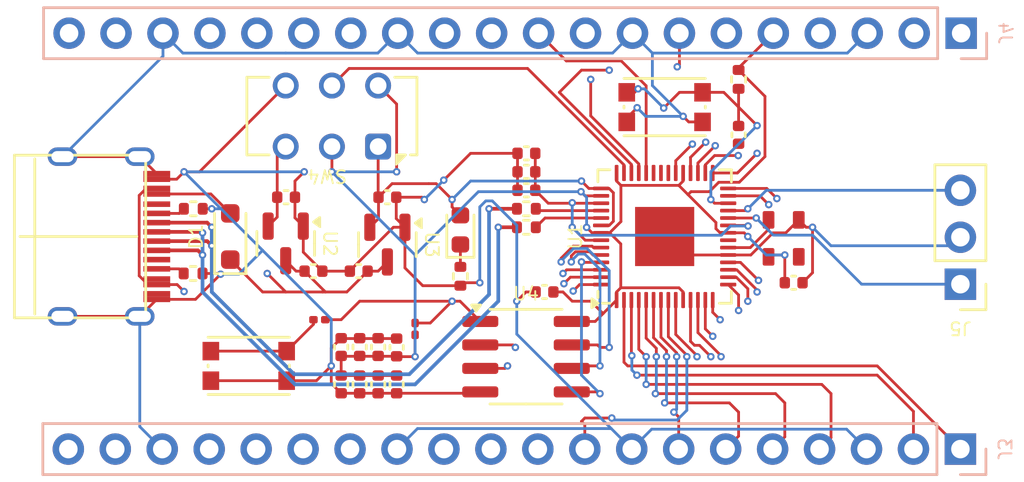
<source format=kicad_pcb>
(kicad_pcb (version 20241229) (generator "pcbnew") (generator_version "9.0")
  (layers (0 "F.Cu" signal) (4 "In1.Cu" signal) (6 "In2.Cu" signal) (2 "B.Cu" signal) (13 "F.Paste" user) (15 "B.Paste" user) (5 "F.SilkS" user "F.Silkscreen") (7 "B.SilkS" user "B.Silkscreen") (1 "F.Mask" user) (3 "B.Mask" user) (25 "Edge.Cuts" user))
  (net 0 "")
  (net 1 "VDD")
  (net 2 "GND")
  (net 3 "+1V1")
  (net 4 "+3V3")
  (net 5 "VSYS")
  (net 6 "+1V8")
  (net 7 "RUN")
  (net 8 "VBUS")
  (net 9 "Net-(D3-K)")
  (net 10 "Net-(J2-CC1)")
  (net 11 "USB_D-")
  (net 13 "Net-(J2-CC2)")
  (net 15 "USB_D+")
  (net 16 "GPIO11")
  (net 17 "GPIO4")
  (net 18 "GPIO7")
  (net 19 "GPIO5")
  (net 20 "GPIO0")
  (net 21 "GPIO12")
  (net 22 "GPIO1")
  (net 23 "GPIO14")
  (net 24 "GPIO15")
  (net 25 "GPIO3")
  (net 26 "GPIO13")
  (net 27 "GPIO9")
  (net 28 "GPIO10")
  (net 29 "GPIO2")
  (net 30 "GPIO6")
  (net 31 "GPIO8")
  (net 32 "GPIO26")
  (net 33 "GPIO28")
  (net 34 "GPIO27")
  (net 35 "GPIO18")
  (net 36 "GPIO16")
  (net 37 "GPIO20")
  (net 38 "GPIO21")
  (net 39 "/AREF")
  (net 40 "GPIO17")
  (net 41 "GPIO22")
  (net 42 "GPIO19")
  (net 43 "/V_EN")
  (net 44 "SWDIO")
  (net 45 "SWCLK")
  (net 46 "QSPI_SS")
  (net 47 "Net-(R2-Pad2)")
  (net 48 "Net-(U1-USB_DP)")
  (net 49 "Net-(U1-USB_DM)")
  (net 50 "VOLTAGE_MODE")
  (net 51 "QSPI_SCLK")
  (net 54 "XIN")
  (net 56 "QSPI_SD1")
  (net 58 "QSPI_SD2")
  (net 59 "QSPI_SD3")
  (net 60 "QSPI_SD0")
  (footprint "Resistor_SMD:R_0402_1005Metric" (layer "F.Cu") (at 131.99 98)
    (property "Reference" "R4" (hide yes))
    (property "Value" "5.1K")
  )
  (footprint "Package_SO:SOIC-8_3.9x4.9mm_P1.27mm" (layer "F.Cu") (at 150 102.5)
    (property "Reference" "U4")
    (property "Value" "AT25FF161A-SSHN-T")
  )
  (footprint "LED_SMD:LED_0603_1608Metric" (layer "F.Cu") (at 146.45 95.64125 90)
    (property "Reference" "D3" (hide yes))
    (property "Value" "RED")
  )
  (footprint "ExtraFootprints:ECS-3225MV-120-BN-TR3" (layer "F.Cu") (at 163.9375 96.1 90)
    (property "Reference" "Y1" (hide yes))
    (property "Value" "ECS-3225MV-120-BN-TR3" (hide yes))
  )
  (footprint "Capacitor_SMD:C_0402_1005Metric" (layer "F.Cu") (at 143 102 90)
    (property "Reference" "C12" (hide yes))
    (property "Value" "0.1uF")
  )
  (footprint "Resistor_SMD:R_0402_1005Metric" (layer "F.Cu") (at 132 94.5)
    (property "Reference" "R3" (hide yes))
    (property "Value" "5.1K")
  )
  (footprint "Capacitor_SMD:C_0402_1005Metric" (layer "F.Cu") (at 164.48 98.5)
    (property "Reference" "C17" (hide yes))
    (property "Value" "100n")
  )
  (footprint "Capacitor_SMD:C_0402_1005Metric" (layer "F.Cu") (at 142 104 -90)
    (property "Reference" "C6" (hide yes))
    (property "Value" "0.1uF")
  )
  (footprint "Capacitor_SMD:C_0402_1005Metric" (layer "F.Cu") (at 150.02 91.5 180)
    (property "Reference" "C4" (hide yes))
    (property "Value" "1uF")
  )
  (footprint "Resistor_SMD:R_0402_1005Metric" (layer "F.Cu") (at 146.45 98.15125 90)
    (property "Reference" "R8" (hide yes))
    (property "Value" "470R")
  )
  (footprint "Resistor_SMD:R_0201_0603Metric" (layer "F.Cu") (at 144 101 90)
    (property "Reference" "R1" (hide yes))
    (property "Value" "10k")
  )
  (footprint "Button_Switch_THT:SW_CK_JS202011CQN_DPDT_Straight" (layer "F.Cu") (at 142 91.135 180)
    (property "Reference" "SW4")
    (property "Value" "SW_Slide_DPDT")
  )
  (footprint "MountingHole:MountingHole_2.2mm_M2" (layer "F.Cu") (at 125 88.5 -90)
    (property "Reference" "H2" (hide yes))
    (property "Value" "MountingHole")
  )
  (footprint "Capacitor_SMD:C_0402_1005Metric" (layer "F.Cu") (at 142 101.98 90)
    (property "Reference" "C11" (hide yes))
    (property "Value" "0.1uF")
  )
  (footprint "Resistor_SMD:R_0201_0603Metric" (layer "F.Cu") (at 138.82 100.5 180)
    (property "Reference" "R2" (hide yes))
    (property "Value" "1k")
  )
  (footprint "Button_Switch_SMD:SW_Push_1P1T_NO_CK_KMR2" (layer "F.Cu") (at 135 103 180)
    (property "Reference" "SW2" (hide yes))
    (property "Value" "USB Boot")
  )
  (footprint "Resistor_SMD:R_0402_1005Metric" (layer "F.Cu") (at 150.02 95.5)
    (property "Reference" "R5" (hide yes))
    (property "Value" "27R")
  )
  (footprint "Capacitor_SMD:C_0402_1005Metric" (layer "F.Cu") (at 150.02 93.5 180)
    (property "Reference" "C2" (hide yes))
    (property "Value" "0.1uF")
  )
  (footprint "Capacitor_SMD:C_0402_1005Metric" (layer "F.Cu") (at 143 104 -90)
    (property "Reference" "C5" (hide yes))
    (property "Value" "1uF")
  )
  (footprint "Resistor_SMD:R_0402_1005Metric" (layer "F.Cu") (at 161.5 87.5 -90)
    (property "Reference" "R9" (hide yes))
    (property "Value" "10K")
  )
  (footprint "Resistor_SMD:R_0402_1005Metric" (layer "F.Cu") (at 150.02 94.5)
    (property "Reference" "R6" (hide yes))
    (property "Value" "27R")
  )
  (footprint "Capacitor_SMD:C_0402_1005Metric" (layer "F.Cu") (at 161.5 90.5 -90)
    (property "Reference" "C19" (hide yes))
    (property "Value" "1uF")
  )
  (footprint "Capacitor_SMD:C_0402_1005Metric" (layer "F.Cu") (at 138.5 97.875)
    (property "Reference" "C15" (hide yes))
    (property "Value" "10u")
  )
  (footprint "Capacitor_SMD:C_0402_1005Metric" (layer "F.Cu") (at 150.02 92.5 180)
    (property "Reference" "C3" (hide yes))
    (property "Value" "0.1uF")
  )
  (footprint "MountingHole:MountingHole_2.2mm_M2" (layer "F.Cu") (at 125 103.5 -90)
    (property "Reference" "H1" (hide yes))
    (property "Value" "MountingHole")
  )
  (footprint "Capacitor_SMD:C_0402_1005Metric" (layer "F.Cu") (at 151 99 180)
    (property "Reference" "C1" (hide yes))
    (property "Value" "100n")
  )
  (footprint "Capacitor_SMD:C_0402_1005Metric" (layer "F.Cu") (at 140 101.98 90)
    (property "Reference" "C9" (hide yes))
    (property "Value" "0.1uF")
  )
  (footprint "Package_TO_SOT_SMD:SOT-23" (layer "F.Cu") (at 142.5 96.4375 -90)
    (property "Reference" "U3")
    (property "Value" "MCP1703Ax-330xxTT")
  )
  (footprint "Capacitor_SMD:C_0402_1005Metric" (layer "F.Cu") (at 141 101.98 90)
    (property "Reference" "C10" (hide yes))
    (property "Value" "0.1uF")
  )
  (footprint "Capacitor_SMD:C_0402_1005Metric" (layer "F.Cu") (at 140.95 97.875 180)
    (property "Reference" "C13" (hide yes))
    (property "Value" "10u")
  )
  (footprint "Diode_SMD:D_SOD-323_HandSoldering" (layer "F.Cu") (at 134 96 90)
    (property "Reference" "D1")
    (property "Value" "BS5817WS")
  )
  (footprint "Package_DFN_QFN:QFN-56-1EP_7x7mm_P0.4mm_EP3.2x3.2mm" (layer "F.Cu") (at 157.5 96 90)
    (property "Reference" "U1")
    (property "Value" "RP2040")
  )
  (footprint "Capacitor_SMD:C_0402_1005Metric" (layer "F.Cu") (at 137.02 93.875)
    (property "Reference" "C14" (hide yes))
    (property "Value" "10u")
  )
  (footprint "Button_Switch_SMD:SW_Push_1P1T_NO_CK_KMR2" (layer "F.Cu") (at 157.5 89)
    (property "Reference" "SW1" (hide yes))
    (property "Value" "UK-B0273-SP25Y")
  )
  (footprint "MountingHole:MountingHole_2.2mm_M2" (layer "F.Cu") (at 173.5 89 90)
    (property "Reference" "H3" (hide yes))
    (property "Value" "MountingHole")
  )
  (footprint "Capacitor_SMD:C_0402_1005Metric" (layer "F.Cu") (at 140 104 -90)
    (property "Reference" "C8" (hide yes))
    (property "Value" "0.1uF")
  )
  (footprint "ExtraFootprints:USB_C_RECEPTACLE_31_M_12" (layer "F.Cu") (at 124.925 96 -90)
    (property "Reference" "J2" (hide yes))
    (property "Value" "USB-C-2.0")
  )
  (footprint "Connector_PinHeader_2.54mm:PinHeader_1x03_P2.54mm_Vertical" (layer "F.Cu") (at 173.5 98.58 180)
    (property "Reference" "J5")
    (property "Value" "SWD")
  )
  (footprint "MountingHole:MountingHole_2.2mm_M2" (layer "F.Cu") (at 173.5 103.5 90)
    (property "Reference" "H4" (hide yes))
    (property "Value" "MountingHole")
  )
  (footprint "Capacitor_SMD:C_0402_1005Metric" (layer "F.Cu") (at 142.5 93.875)
    (property "Reference" "C16" (hide yes))
    (property "Value" "10u")
  )
  (footprint "Package_TO_SOT_SMD:SOT-23" (layer "F.Cu") (at 137 96.375 -90)
    (property "Reference" "U2")
    (property "Value" "MCP1703Ax-180xxTT")
  )
  (footprint "Capacitor_SMD:C_0402_1005Metric" (layer "F.Cu") (at 141 104 -90)
    (property "Reference" "C7" (hide yes))
    (property "Value" "0.1uF")
  )
  (footprint "Connector_PinHeader_2.54mm:PinHeader_1x20_P2.54mm_Vertical" (layer "B.Cu") (at 173.54 85 90)
    (property "Reference" "J4")
    (property "Value" "Header-2")
  )
  (footprint "Connector_PinHeader_2.54mm:PinHeader_1x20_P2.54mm_Vertical" (layer "B.Cu") (at 173.5 107.5 90)
    (property "Reference" "J3")
    (property "Value" "Header-1")
  )
  (segment (start 160.426 93.065708) (end 159.917708 93.574) (width 0.15) (layer "F.Cu") (net 1))
  (segment (start 155.126 96.400322) (end 154.525678 95.8) (width 0.15) (layer "F.Cu") (net 1))
  (segment (start 153.198959 93.8) (end 152.974481 93.575522) (width 0.15) (layer "F.Cu") (net 1))
  (segment (start 143 92.5) (end 143 88.835) (width 0.15) (layer "F.Cu") (net 1))
  (segment (start 140 103.52) (end 143 103.52) (width 0.15) (layer "F.Cu") (net 1))
  (segment (start 143 102.48) (end 140.02 102.48) (width 0.15) (layer "F.Cu") (net 1))
  (segment (start 160.5 95.8) (end 160.9375 95.8) (width 0.15) (layer "F.Cu") (net 1))
  (segment (start 159.917708 93.574) (end 158.926 93.574) (width 0.15) (layer "F.Cu") (net 1))
  (segment (start 144 102.5) (end 143.02 102.5) (width 0.15) (layer "F.Cu") (net 1))
  (segment (start 143 88.835) (end 142 87.835) (width 0.15) (layer "F.Cu") (net 1))
  (segment (start 158.265708 93.234292) (end 158.765708 93.734292) (width 0.15) (layer "F.Cu") (net 1))
  (segment (start 153.5 99.5) (end 152.5 99.5) (width 0.15) (layer "F.Cu") (net 1))
  (segment (start 152 99) (end 152.5 99.5) (width 0.15) (layer "F.Cu") (net 1))
  (segment (start 154.0625 93.8) (end 153.198959 93.8) (width 0.15) (layer "F.Cu") (net 1))
  (segment (start 154.9 93) (end 154.9 92.5625) (width 0.15) (layer "F.Cu") (net 1))
  (segment (start 158.765708 93.734292) (end 160.274 95.242584) (width 0.15) (layer "F.Cu") (net 1))
  (segment (start 139.5 91.135) (end 139.5 92.5) (width 0.15) (layer "F.Cu") (net 1))
  (segment (start 144 101.32) (end 144 102.5) (width 0.15) (layer "F.Cu") (net 1))
  (segment (start 155.126 98.774) (end 154.9 99) (width 0.15) (layer "F.Cu") (net 1))
  (segment (start 161.5 86.99) (end 162.926 88.416) (width 0.15) (layer "F.Cu") (net 1))
  (segment (start 162.926 88.416) (end 162.926 91.676455) (width 0.15) (layer "F.Cu") (net 1))
  (segment (start 154.16875 100.16875) (end 154.9 99.4375) (width 0.15) (layer "F.Cu") (net 1))
  (segment (start 155.126 98.774) (end 155.126 96.400322) (width 0.15) (layer "F.Cu") (net 1))
  (segment (start 163.22 97) (end 163.12 97.1) (width 0.15) (layer "F.Cu") (net 1))
  (segment (start 161.8 95.8) (end 162 96) (width 0.15) (layer "F.Cu") (net 1))
  (segment (start 151.48 99) (end 152 99) (width 0.15) (layer "F.Cu") (net 1))
  (segment (start 153.573059 95.8) (end 153.278692 95.505633) (width 0.15) (layer "F.Cu") (net 1))
  (segment (start 152.475 100.595) (end 153.7425 100.595) (width 0.15) (layer "F.Cu") (net 1))
  (segment (start 161.536747 93.065708) (end 160.426 93.065708) (width 0.15) (layer "F.Cu") (net 1))
  (segment (start 160.274 95.574) (end 160.5 95.8) (width 0.15) (layer "F.Cu") (net 1))
  (segment (start 154.9 99) (end 154.9 99.4375) (width 0.15) (layer "F.Cu") (net 1))
  (segment (start 160.274 95.242584) (end 160.274 95.574) (width 0.15) (layer "F.Cu") (net 1))
  (segment (start 155.134292 93.234292) (end 158.265708 93.234292) (width 0.15) (layer "F.Cu") (net 1))
  (segment (start 154.525678 95.8) (end 155.134292 95.191386) (width 0.15) (layer "F.Cu") (net 1))
  (segment (start 158.5 93) (end 158.5 92.5625) (width 0.15) (layer "F.Cu") (net 1))
  (segment (start 154.0375 93.775) (end 154.0625 93.8) (width 0.15) (layer "F.Cu") (net 1))
  (segment (start 140 103.52) (end 140 102.46) (width 0.15) (layer "F.Cu") (net 1))
  (segment (start 155.134292 95.191386) (end 155.134292 93.234292) (width 0.15) (layer "F.Cu") (net 1))
  (segment (start 153.7425 100.595) (end 154.16875 100.16875) (width 0.15) (layer "F.Cu") (net 1))
  (segment (start 143.02 102.5) (end 143 102.48) (width 0.15) (layer "F.Cu") (net 1))
  (segment (start 158.5 99) (end 158.5 99.4375) (width 0.15) (layer "F.Cu") (net 1))
  (segment (start 140.02 102.48) (end 140 102.46) (width 0.15) (layer "F.Cu") (net 1))
  (segment (start 162.926 91.676455) (end 161.536747 93.065708) (width 0.15) (layer "F.Cu") (net 1))
  (segment (start 158.5 99) (end 158.274 98.774) (width 0.15) (layer "F.Cu") (net 1))
  (segment (start 158.265708 93.234292) (end 158.5 93) (width 0.15) (layer "F.Cu") (net 1))
  (segment (start 154.16875 100.16875) (end 153.5 99.5) (width 0.15) (layer "F.Cu") (net 1))
  (segment (start 161.5 86.88) (end 163.38 85) (width 0.15) (layer "F.Cu") (net 1))
  (segment (start 155.134292 93.234292) (end 154.9 93) (width 0.15) (layer "F.Cu") (net 1))
  (segment (start 154.0625 95.8) (end 153.573059 95.8) (width 0.15) (layer "F.Cu") (net 1))
  (segment (start 164 98.5) (end 164 97) (width 0.15) (layer "F.Cu") (net 1))
  (segment (start 160.9375 95.8) (end 161.8 95.8) (width 0.15) (layer "F.Cu") (net 1))
  (segment (start 161.5 86.99) (end 161.5 86.88) (width 0.15) (layer "F.Cu") (net 1))
  (segment (start 164 97) (end 163.22 97) (width 0.15) (layer "F.Cu") (net 1))
  (segment (start 158.926 93.574) (end 158.765708 93.734292) (width 0.15) (layer "F.Cu") (net 1))
  (segment (start 154.0625 95.8) (end 154.525678 95.8) (width 0.15) (layer "F.Cu") (net 1))
  (segment (start 158.274 98.774) (end 155.126 98.774) (width 0.15) (layer "F.Cu") (net 1))
  (via (at 162 96) (size 0.4) (drill 0.2) (layers "F.Cu" "B.Cu") (net 1))
  (via (at 152.974481 93.575522) (size 0.4) (drill 0.2) (layers "F.Cu" "B.Cu") (net 1))
  (via (at 139.5 92.5) (size 0.4) (drill 0.2) (layers "F.Cu" "B.Cu") (net 1))
  (via (at 153.278692 95.505633) (size 0.4) (drill 0.2) (layers "F.Cu" "B.Cu") (net 1))
  (via (at 164 97) (size 0.4) (drill 0.2) (layers "F.Cu" "B.Cu") (net 1))
  (via (at 143 92.5) (size 0.4) (drill 0.2) (layers "F.Cu" "B.Cu") (net 1))
  (via (at 144 102.5) (size 0.4) (drill 0.2) (layers "F.Cu" "B.Cu") (net 1))
  (segment (start 153.278692 93.879733) (end 152.974481 93.575522) (width 0.15) (layer "B.Cu") (net 1))
  (segment (start 144 97) (end 144 102.5) (width 0.15) (layer "B.Cu") (net 1))
  (segment (start 139.5 92.5) (end 143 92.5) (width 0.15) (layer "B.Cu") (net 1))
  (segment (start 147.424478 93.575522) (end 144 97) (width 0.15) (layer "B.Cu") (net 1))
  (segment (start 139.5 92.5) (end 144 97) (width 0.15) (layer "B.Cu") (net 1))
  (segment (start 152.974481 93.575522) (end 147.424478 93.575522) (width 0.15) (layer "B.Cu") (net 1))
  (segment (start 153.166906 95.505633) (end 153.278692 95.505633) (width 0.15) (layer "B.Cu") (net 1))
  (segment (start 162 96) (end 163 97) (width 0.15) (layer "B.Cu") (net 1))
  (segment (start 153.278692 95.505633) (end 153.278692 93.879733) (width 0.15) (layer "B.Cu") (net 1))
  (segment (start 163 97) (end 164 97) (width 0.15) (layer "B.Cu") (net 1))
  (segment (start 144.5 94) (end 144.375 93.875) (width 0.15) (layer "F.Cu") (net 2))
  (segment (start 143.45 95.5) (end 143.45 97.698402) (width 0.15) (layer "F.Cu") (net 2))
  (segment (start 160.9375 97) (end 158.5 97) (width 0.15) (layer "F.Cu") (net 2))
  (segment (start 137.05 103.8) (end 132.95 103.8) (width 0.15) (layer "F.Cu") (net 2))
  (segment (start 164.05275 95.80225) (end 163.357544 95.80225) (width 0.15) (layer "F.Cu") (net 2))
  (segment (start 132.335 92.5) (end 137 87.835) (width 0.15) (layer "F.Cu") (net 2))
  (segment (start 165.155 95.5) (end 164.755 95.1) (width 0.15) (layer "F.Cu") (net 2))
  (segment (start 150 99) (end 149.5 99.5) (width 0.15) (layer "F.Cu") (net 2))
  (segment (start 142.98 93.875) (end 142.98 95.03) (width 0.15) (layer "F.Cu") (net 2))
  (segment (start 155.45 89.592721) (end 156.01068 89.032041) (width 0.15) (layer "F.Cu") (net 2))
  (segment (start 139.464 102.036) (end 139.464 103) (width 0.15) (layer "F.Cu") (net 2))
  (segment (start 131.5 92.5) (end 132.335 92.5) (width 0.15) (layer "F.Cu") (net 2))
  (segment (start 146.61125 98.5) (end 146.45 98.66125) (width 0.15) (layer "F.Cu") (net 2))
  (segment (start 140.02 101.52) (end 140 101.5) (width 0.15) (layer "F.Cu") (net 2))
  (segment (start 129.105 100.32) (end 130.025 99.4) (width 0.15) (layer "F.Cu") (net 2))
  (segment (start 159.55 89.8) (end 158.8 89.8) (width 0.15) (layer "F.Cu") (net 2))
  (segment (start 146.45 98.66125) (end 144.412848 98.66125) (width 0.15) (layer "F.Cu") (net 2))
  (segment (start 140.47 97.875) (end 138.98 97.875) (width 0.15) (layer "F.Cu") (net 2))
  (segment (start 165.5 95.5) (end 165.155 95.5) (width 0.15) (layer "F.Cu") (net 2))
  (segment (start 142.98 95.03) (end 143.45 95.5) (width 0.15) (layer "F.Cu") (net 2))
  (segment (start 124.925 100.32) (end 129.105 100.32) (width 0.15) (layer "F.Cu") (net 2))
  (segment (start 144.412848 98.66125) (end 143.45 97.698402) (width 0.15) (layer "F.Cu") (net 2))
  (segment (start 132.116408 99.4) (end 133.477676 98.038732) (width 0.15) (layer "F.Cu") (net 2))
  (segment (start 143 101.52) (end 140.02 101.52) (width 0.15) (layer "F.Cu") (net 2))
  (segment (start 139.464 103) (end 139.464 103.944) (width 0.15) (layer "F.Cu") (net 2))
  (segment (start 137.5 93) (end 137.5 93.875) (width 0.15) (layer "F.Cu") (net 2))
  (segment (start 143 104.48) (end 147.45 104.48) (width 0.15) (layer "F.Cu") (net 2))
  (segment (start 144.375 93.875) (end 142.98 93.875) (width 0.15) (layer "F.Cu") (net 2))
  (segment (start 149.54 91.5) (end 147 91.5) (width 0.15) (layer "F.Cu") (net 2))
  (segment (start 138 92.5) (end 137.5 93) (width 0.15) (layer "F.Cu") (net 2))
  (segment (start 164.96 98.5) (end 165.5 97.96) (width 0.15) (layer "F.Cu") (net 2))
  (segment (start 131.1 92.9) (end 131.5 92.5) (width 0.15) (layer "F.Cu") (net 2))
  (segment (start 140 104.48) (end 143 104.48) (width 0.15) (layer "F.Cu") (net 2))
  (segment (start 137.95 95.4375) (end 137.95 96.845) (width 0.15) (layer "F.Cu") (net 2))
  (segment (start 150.52 99) (end 150 99) (width 0.15) (layer "F.Cu") (net 2))
  (segment (start 129.105 91.68) (end 130.025 92.6) (width 0.15) (layer "F.Cu") (net 2))
  (segment (start 163.357544 95.80225) (end 162.159794 97) (width 0.15) (layer "F.Cu") (net 2))
  (segment (start 140 101.5) (end 139.464 102.036) (width 0.15) (layer "F.Cu") (net 2))
  (segment (start 162.159794 97) (end 160.9375 97) (width 0.15) (layer "F.Cu") (net 2))
  (segment (start 147.45 104.48) (end 147.525 104.405) (width 0.15) (layer "F.Cu") (net 2))
  (segment (start 158.5 97) (end 157.5 96) (width 0.15) (layer "F.Cu") (net 2))
  (segment (start 143.45 95.5) (end 142.823402 95.5) (width 0.15) (layer "F.Cu") (net 2))
  (segment (start 149.54 91.5) (end 149.54 93.5) (width 0.15) (layer "F.Cu") (net 2))
  (segment (start 158.8 89.8) (end 158.5 89.5) (width 0.15) (layer "F.Cu") (net 2))
  (segment (start 137.5 93.875) (end 137.5 94.9875) (width 0.15) (layer "F.Cu") (net 2))
  (segment (start 133.438944 98) (end 133.477676 98.038732) (width 0.15) (layer "F.Cu") (net 2))
  (segment (start 132.51 94.5) (end 133 94.5) (width 0.15) (layer "F.Cu") (net 2))
  (segment (start 130.025 92.9) (end 131.1 92.9) (width 0.15) (layer "F.Cu") (net 2))
  (segment (start 155.45 89.8) (end 155.45 89.592721) (width 0.15) (layer "F.Cu") (net 2))
  (segment (start 130.025 99.4) (end 132.116408 99.4) (width 0.15) (layer "F.Cu") (net 2))
  (segment (start 142.823402 95.5) (end 140.47 97.853402) (width 0.15) (layer "F.Cu") (net 2))
  (segment (start 124.925 91.68) (end 129.105 91.68) (width 0.15) (layer "F.Cu") (net 2))
  (segment (start 147 91.5) (end 145.550521 92.949479) (width 0.15) (layer "F.Cu") (net 2))
  (segment (start 139.464 103.944) (end 140 104.48) (width 0.15) (layer "F.Cu") (net 2))
  (segment (start 138.664 103.8) (end 139.464 103) (width 0.15) (layer "F.Cu") (net 2))
  (segment (start 147.5 98.5) (end 146.61125 98.5) (width 0.15) (layer "F.Cu") (net 2))
  (segment (start 165.5 97.96) (end 165.5 95.5) (width 0.15) (layer "F.Cu") (net 2))
  (segment (start 132.5 98) (end 133.438944 98) (width 0.15) (layer "F.Cu") (net 2))
  (segment (start 140.47 97.853402) (end 140.47 97.875) (width 0.15) (layer "F.Cu") (net 2))
  (segment (start 138.664 103.8) (end 137.05 103.8) (width 0.15) (layer "F.Cu") (net 2))
  (segment (start 137.95 96.845) (end 138.98 97.875) (width 0.15) (layer "F.Cu") (net 2))
  (segment (start 137.5 94.9875) (end 137.95 95.4375) (width 0.15) (layer "F.Cu") (net 2))
  (segment (start 164.755 95.1) (end 164.05275 95.80225) (width 0.15) (layer "F.Cu") (net 2))
  (via (at 144.5 94) (size 0.4) (drill 0.2) (layers "F.Cu" "B.Cu") (net 2))
  (via (at 133.477676 98.038732) (size 0.4) (drill 0.2) (layers "F.Cu" "B.Cu") (net 2))
  (via (at 138 92.5) (size 0.4) (drill 0.2) (layers "F.Cu" "B.Cu") (net 2))
  (via (at 147.5 98.5) (size 0.4) (drill 0.2) (layers "F.Cu" "B.Cu") (net 2))
  (via (at 133 94.5) (size 0.4) (drill 0.2) (layers "F.Cu" "B.Cu") (net 2))
  (via (at 145.550521 92.949479) (size 0.4) (drill 0.2) (layers "F.Cu" "B.Cu") (net 2))
  (via (at 156.01068 89.032041) (size 0.4) (drill 0.2) (layers "F.Cu" "B.Cu") (net 2))
  (via (at 158.5 89.5) (size 0.4) (drill 0.2) (layers "F.Cu" "B.Cu") (net 2))
  (via (at 131.5 92.5) (size 0.4) (drill 0.2) (layers "F.Cu" "B.Cu") (net 2))
  (via (at 139.464 103) (size 0.4) (drill 0.2) (layers "F.Cu" "B.Cu") (net 2))
  (via (at 165.5 95.5) (size 0.4) (drill 0.2) (layers "F.Cu" "B.Cu") (net 2))
  (via (at 149.5 99.5) (size 0.4) (drill 0.2) (layers "F.Cu" "B.Cu") (net 2))
  (segment (start 145.550521 92.949479) (end 144.5 94) (width 0.15) (layer "B.Cu") (net 2))
  (segment (start 133.477676 98.038732) (end 134.461268 98.038732) (width 0.15) (layer "B.Cu") (net 2))
  (segment (start 167.344 106.424) (end 168.42 107.5) (width 0.15) (layer "B.Cu") (net 2))
  (segment (start 156.796 106.424) (end 167.344 106.424) (width 0.15) (layer "B.Cu") (net 2))
  (segment (start 143.02 107.5) (end 144.13 106.39) (width 0.15) (layer "B.Cu") (net 2))
  (segment (start 154.684 86.076) (end 144.136 86.076) (width 0.15) (layer "B.Cu") (net 2))
  (segment (start 134.461268 98.038732) (end 135.75 96.75) (width 0.15) (layer "B.Cu") (net 2))
  (segment (start 149.5 101.28) (end 154.61 106.39) (width 0.15) (layer "B.Cu") (net 2))
  (segment (start 144.136 86.076) (end 143.06 85) (width 0.15) (layer "B.Cu") (net 2))
  (segment (start 148.176455 94.074) (end 147.823545 94.074) (width 0.15) (layer "B.Cu") (net 2))
  (segment (start 173.04 96.5) (end 166.5 96.5) (width 0.15) (layer "B.Cu") (net 2))
  (segment (start 133 94.5) (end 133.5 94.5) (width 0.15) (layer "B.Cu") (net 2))
  (segment (start 130.32 107.5) (end 129.105 106.285) (width 0.15) (layer "B.Cu") (net 2))
  (segment (start 156.01068 89.032041) (end 156.478639 89.5) (width 0.15) (layer "B.Cu") (net 2))
  (segment (start 124.925 91.68) (end 130.36 86.245) (width 0.15) (layer "B.Cu") (net 2))
  (segment (start 131.436 86.076) (end 130.36 85) (width 0.15) (layer "B.Cu") (net 2))
  (segment (start 155.72 107.5) (end 156.796 106.424) (width 0.15) (layer "B.Cu") (net 2))
  (segment (start 149.5 95.397545) (end 148.176455 94.074) (width 0.15) (layer "B.Cu") (net 2))
  (segment (start 149.5 99.5) (end 149.5 101.28) (width 0.15) (layer "B.Cu") (net 2))
  (segment (start 156.836 86.076) (end 156.836 87.836) (width 0.15) (layer "B.Cu") (net 2))
  (segment (start 149.5 99.5) (end 149.5 95.397545) (width 0.15) (layer "B.Cu") (net 2))
  (segment (start 139.464 103) (end 139.464 100.464) (width 0.15) (layer "B.Cu") (net 2))
  (segment (start 154.61 106.39) (end 155.72 107.5) (width 0.15) (layer "B.Cu") (net 2))
  (segment (start 155.76 85) (end 154.684 86.076) (width 0.15) (layer "B.Cu") (net 2))
  (segment (start 129.105 106.285) (end 129.105 100.32) (width 0.15) (layer "B.Cu") (net 2))
  (segment (start 143.06 85) (end 141.984 86.076) (width 0.15) (layer "B.Cu") (net 2))
  (segment (start 168.46 85) (end 167.384 86.076) (width 0.15) (layer "B.Cu") (net 2))
  (segment (start 133.5 94.5) (end 131.5 92.5) (width 0.15) (layer "B.Cu") (net 2))
  (segment (start 156.836 87.836) (end 158.5 89.5) (width 0.15) (layer "B.Cu") (net 2))
  (segment (start 135.75 96.75) (end 133.5 94.5) (width 0.15) (layer "B.Cu") (net 2))
  (segment (start 166.5 96.5) (end 165.5 95.5) (width 0.15) (layer "B.Cu") (net 2))
  (segment (start 173.5 96.04) (end 173.04 96.5) (width 0.15) (layer "B.Cu") (net 2))
  (segment (start 137 86.076) (end 131.436 86.076) (width 0.15) (layer "B.Cu") (net 2))
  (segment (start 158.5 89.5) (end 156.478639 89.5) (width 0.15) (layer "B.Cu") (net 2))
  (segment (start 147.5 94.397545) (end 147.5 98.5) (width 0.15) (layer "B.Cu") (net 2))
  (segment (start 139.464 100.464) (end 135.75 96.75) (width 0.15) (layer "B.Cu") (net 2))
  (segment (start 130.36 86.245) (end 130.36 85) (width 0.15) (layer "B.Cu") (net 2))
  (segment (start 156.836 86.076) (end 155.76 85) (width 0.15) (layer "B.Cu") (net 2))
  (segment (start 167.384 86.076) (end 156.836 86.076) (width 0.15) (layer "B.Cu") (net 2))
  (segment (start 147.823545 94.074) (end 147.5 94.397545) (width 0.15) (layer "B.Cu") (net 2))
  (segment (start 144.13 106.39) (end 154.61 106.39) (width 0.15) (layer "B.Cu") (net 2))
  (segment (start 141.984 86.076) (end 137 86.076) (width 0.15) (layer "B.Cu") (net 2))
  (segment (start 131.5 92.5) (end 138 92.5) (width 0.15) (layer "B.Cu") (net 2))
  (segment (start 152.475 94.2) (end 152.5 94.175) (width 0.15) (layer "F.Cu") (net 3))
  (segment (start 152.5 94.175) (end 152.525 94.2) (width 0.15) (layer "F.Cu") (net 3))
  (segment (start 160.9375 95.4) (end 161.979863 95.4) (width 0.15) (layer "F.Cu") (net 3))
  (segment (start 153.2 96.2) (end 152.5 95.5) (width 0.15) (layer "F.Cu") (net 3))
  (segment (start 151.2 94.2) (end 152.475 94.2) (width 0.15) (layer "F.Cu") (net 3))
  (segment (start 150.5 91.5) (end 150.5 93.5) (width 0.15) (layer "F.Cu") (net 3))
  (segment (start 161.979863 95.4) (end 162.010858 95.430995) (width 0.15) (layer "F.Cu") (net 3))
  (segment (start 152.525 94.2) (end 154.0625 94.2) (width 0.15) (layer "F.Cu") (net 3))
  (segment (start 150.7 92.7) (end 150.5 92.5) (width 0.15) (layer "F.Cu") (net 3))
  (segment (start 154.0625 96.2) (end 153.2 96.2) (width 0.15) (layer "F.Cu") (net 3))
  (segment (start 151.2 94.2) (end 150.5 93.5) (width 0.15) (layer "F.Cu") (net 3))
  (via (at 152.5 94.175) (size 0.4) (drill 0.2) (layers "F.Cu" "B.Cu") (net 3))
  (via (at 152.5 95.5) (size 0.4) (drill 0.2) (layers "F.Cu" "B.Cu") (net 3))
  (via (at 162.010858 95.430995) (size 0.4) (drill 0.2) (layers "F.Cu" "B.Cu") (net 3))
  (segment (start 160.568367 95.931633) (end 152.931633 95.931633) (width 0.15) (layer "B.Cu") (net 3))
  (segment (start 161.069005 95.430995) (end 160.568367 95.931633) (width 0.15) (layer "B.Cu") (net 3))
  (segment (start 152.5 94.175) (end 152.5 95.5) (width 0.15) (layer "B.Cu") (net 3))
  (segment (start 152.931633 95.931633) (end 152.5 95.5) (width 0.15) (layer "B.Cu") (net 3))
  (segment (start 162.010858 95.430995) (end 161.069005 95.430995) (width 0.15) (layer "B.Cu") (net 3))
  (segment (start 153.4 93.4) (end 153 93) (width 0.15) (layer "F.Cu") (net 4))
  (segment (start 145.14125 93.14125) (end 146 94) (width 0.15) (layer "F.Cu") (net 4))
  (segment (start 144.7375 93.14125) (end 142.75375 93.14125) (width 0.15) (layer "F.Cu") (net 4))
  (segment (start 154.726 93.634292) (end 154.491708 93.4) (width 0.15) (layer "F.Cu") (net 4))
  (segment (start 154.491708 93.4) (end 154.0625 93.4) (width 0.15) (layer "F.Cu") (net 4))
  (segment (start 154.726 93.634292) (end 154.726 95.174) (width 0.15) (layer "F.Cu") (net 4))
  (segment (start 154.5 95.4) (end 154.0625 95.4) (width 0.15) (layer "F.Cu") (net 4))
  (segment (start 142.02 93.875) (end 142.02 94) (width 0.15) (layer "F.Cu") (net 4))
  (segment (start 142.02 94) (end 142 93.98) (width 0.15) (layer "F.Cu") (net 4))
  (segment (start 154.726 95.174) (end 154.5 95.4) (width 0.15) (layer "F.Cu") (net 4))
  (segment (start 142 93.98) (end 142 91.135) (width 0.15) (layer "F.Cu") (net 4))
  (segment (start 142.02 94) (end 142.02 95.03) (width 0.15) (layer "F.Cu") (net 4))
  (segment (start 154.0625 93.4) (end 153.4 93.4) (width 0.15) (layer "F.Cu") (net 4))
  (segment (start 146 94) (end 146 94.40375) (width 0.15) (layer "F.Cu") (net 4))
  (segment (start 146 94.40375) (end 146.45 94.85375) (width 0.15) (layer "F.Cu") (net 4))
  (segment (start 142.02 95.03) (end 141.55 95.5) (width 0.15) (layer "F.Cu") (net 4))
  (segment (start 142.75375 93.14125) (end 142.02 93.875) (width 0.15) (layer "F.Cu") (net 4))
  (segment (start 144.7375 93.14125) (end 145.14125 93.14125) (width 0.15) (layer "F.Cu") (net 4))
  (via (at 146 94) (size 0.4) (drill 0.2) (layers "F.Cu" "B.Cu") (net 4))
  (via (at 153 93) (size 0.4) (drill 0.2) (layers "F.Cu" "B.Cu") (net 4))
  (segment (start 146 94) (end 147 93) (width 0.15) (layer "B.Cu") (net 4))
  (segment (start 147 93) (end 153 93) (width 0.15) (layer "B.Cu") (net 4))
  (segment (start 142 97.875) (end 142.5 97.375) (width 0.15) (layer "F.Cu") (net 5))
  (segment (start 139.145 99) (end 140.305 99) (width 0.15) (layer "F.Cu") (net 5))
  (segment (start 135.75 99) (end 137 99) (width 0.15) (layer "F.Cu") (net 5))
  (segment (start 136 98) (end 137 99) (width 0.15) (layer "F.Cu") (net 5))
  (segment (start 142.4375 97.3125) (end 142.5 97.375) (width 0.15) (layer "F.Cu") (net 5))
  (segment (start 139 99) (end 139.0725 98.9275) (width 0.15) (layer "F.Cu") (net 5))
  (segment (start 138.02 97.875) (end 139.0725 98.9275) (width 0.15) (layer "F.Cu") (net 5))
  (segment (start 141.43 97.875) (end 142 97.875) (width 0.15) (layer "F.Cu") (net 5))
  (segment (start 139.0725 98.9275) (end 139.145 99) (width 0.15) (layer "F.Cu") (net 5))
  (segment (start 137 99) (end 139 99) (width 0.15) (layer "F.Cu") (net 5))
  (segment (start 138.02 97.875) (end 137.5625 97.875) (width 0.15) (layer "F.Cu") (net 5))
  (segment (start 140.305 99) (end 141.43 97.875) (width 0.15) (layer "F.Cu") (net 5))
  (segment (start 139 99) (end 139.145 99) (width 0.15) (layer "F.Cu") (net 5))
  (segment (start 137.5625 97.875) (end 137 97.3125) (width 0.15) (layer "F.Cu") (net 5))
  (segment (start 134 97.25) (end 135.75 99) (width 0.15) (layer "F.Cu") (net 5))
  (via (at 136 98) (size 0.4) (drill 0.2) (layers "F.Cu" "B.Cu") (net 5))
  (segment (start 136.54 93.875) (end 136.54 94.9475) (width 0.15) (layer "F.Cu") (net 6))
  (segment (start 136.54 93.875) (end 136.54 91.595) (width 0.15) (layer "F.Cu") (net 6))
  (segment (start 136.54 91.595) (end 137 91.135) (width 0.15) (layer "F.Cu") (net 6))
  (segment (start 136.54 94.9475) (end 136.05 95.4375) (width 0.15) (layer "F.Cu") (net 6))
  (segment (start 160 94) (end 160.2 94.2) (width 0.15) (layer "F.Cu") (net 7))
  (segment (start 161.5 89) (end 162.5 90) (width 0.15) (layer "F.Cu") (net 7))
  (segment (start 161.5 88.01) (end 161.5 89) (width 0.15) (layer "F.Cu") (net 7))
  (segment (start 160.2 94.2) (end 160.9375 94.2) (width 0.15) (layer "F.Cu") (net 7))
  (segment (start 157.449479 89.050521) (end 158.3 88.2) (width 0.15) (layer "F.Cu") (net 7))
  (segment (start 159.55 88.2) (end 160.7 88.2) (width 0.15) (layer "F.Cu") (net 7))
  (segment (start 160.7 88.2) (end 161.5 89) (width 0.15) (layer "F.Cu") (net 7))
  (segment (start 158.3 88.2) (end 159.55 88.2) (width 0.15) (layer "F.Cu") (net 7))
  (segment (start 161.5 90.02) (end 161.5 89) (width 0.15) (layer "F.Cu") (net 7))
  (segment (start 155.875 88.2) (end 156.062979 88.012021) (width 0.15) (layer "F.Cu") (net 7))
  (segment (start 155.45 88.2) (end 155.875 88.2) (width 0.15) (layer "F.Cu") (net 7))
  (via (at 162.5 90) (size 0.4) (drill 0.2) (layers "F.Cu" "B.Cu") (net 7))
  (via (at 157.449479 89.050521) (size 0.4) (drill 0.2) (layers "F.Cu" "B.Cu") (net 7))
  (via (at 156.062979 88.012021) (size 0.4) (drill 0.2) (layers "F.Cu" "B.Cu") (net 7))
  (via (at 160 94) (size 0.4) (drill 0.2) (layers "F.Cu" "B.Cu") (net 7))
  (segment (start 156.062979 88.012021) (end 156.410979 88.012021) (width 0.15) (layer "B.Cu") (net 7))
  (segment (start 160 92.5) (end 160 94) (width 0.15) (layer "B.Cu") (net 7))
  (segment (start 162.5 90) (end 160 92.5) (width 0.15) (layer "B.Cu") (net 7))
  (segment (start 156.410979 88.012021) (end 157.449479 89.050521) (width 0.15) (layer "B.Cu") (net 7))
  (segment (start 130.025 98.6) (end 129.548 98.6) (width 0.15) (layer "F.Cu") (net 8))
  (segment (start 131.125 98.6) (end 130.025 98.6) (width 0.15) (layer "F.Cu") (net 8))
  (segment (start 129.548 98.6) (end 129.074 98.126) (width 0.15) (layer "F.Cu") (net 8))
  (segment (start 129.45 93.4) (end 130.025 93.4) (width 0.15) (layer "F.Cu") (net 8))
  (segment (start 129.074 98.126) (end 129.074 93.776) (width 0.15) (layer "F.Cu") (net 8))
  (segment (start 131.5 98.975) (end 131.125 98.6) (width 0.15) (layer "F.Cu") (net 8))
  (segment (start 130.025 93.7) (end 132.95 93.7) (width 0.15) (layer "F.Cu") (net 8))
  (segment (start 129.074 93.776) (end 129.45 93.4) (width 0.15) (layer "F.Cu") (net 8))
  (segment (start 132.95 93.7) (end 134 94.75) (width 0.15) (layer "F.Cu") (net 8))
  (via (at 131.5 98.975) (size 0.4) (drill 0.2) (layers "F.Cu" "B.Cu") (net 8))
  (segment (start 146.45 97.64125) (end 146.45 96.42875) (width 0.15) (layer "F.Cu") (net 9))
  (segment (start 130.025 94.75) (end 131.24 94.75) (width 0.15) (layer "F.Cu") (net 10))
  (segment (start 131.24 94.75) (end 131.49 94.5) (width 0.15) (layer "F.Cu") (net 10))
  (segment (start 149.51 94.5) (end 149.02 94.5) (width 0.2) (layer "F.Cu") (net 11))
  (segment (start 133 96.5) (end 132.75 96.25) (width 0.2) (layer "F.Cu") (net 11))
  (segment (start 133 95.5) (end 132.75 95.25) (width 0.2) (layer "F.Cu") (net 11))
  (segment (start 132.75 96.25) (end 130.025 96.25) (width 0.2) (layer "F.Cu") (net 11))
  (segment (start 149.02 94.5) (end 148 94.5) (width 0.2) (layer "F.Cu") (net 11))
  (segment (start 132.75 95.25) (end 130.025 95.25) (width 0.2) (layer "F.Cu") (net 11))
  (via (at 133 95.5) (size 0.4) (drill 0.2) (layers "F.Cu" "B.Cu") (net 11))
  (via (at 148 94.5) (size 0.4) (drill 0.2) (layers "F.Cu" "B.Cu") (net 11))
  (via (at 133 96.5) (size 0.4) (drill 0.2) (layers "F.Cu" "B.Cu") (net 11))
  (segment (start 133 99) (end 133 96.5) (width 0.2) (layer "B.Cu") (net 11))
  (segment (start 148 94.5) (end 148 99.137811) (width 0.2) (layer "B.Cu") (net 11))
  (segment (start 133 96.5) (end 133 95.5) (width 0.2) (layer "B.Cu") (net 11))
  (segment (start 148 99.137811) (end 143.686811 103.451) (width 0.2) (layer "B.Cu") (net 11))
  (segment (start 143.686811 103.451) (end 137.451 103.451) (width 0.2) (layer "B.Cu") (net 11))
  (segment (start 137.451 103.451) (end 133 99) (width 0.2) (layer "B.Cu") (net 11))
  (segment (start 130.025 97.75) (end 131.23 97.75) (width 0.15) (layer "F.Cu") (net 13))
  (segment (start 131.23 97.75) (end 131.48 98) (width 0.15) (layer "F.Cu") (net 13))
  (segment (start 132.5 95.8) (end 132.45 95.75) (width 0.2) (layer "F.Cu") (net 15))
  (segment (start 132.25 96.75) (end 132.5 97) (width 0.2) (layer "F.Cu") (net 15))
  (segment (start 149.51 95.5) (end 148.5 95.5) (width 0.2) (layer "F.Cu") (net 15))
  (segment (start 130.025 96.75) (end 132.25 96.75) (width 0.2) (layer "F.Cu") (net 15))
  (segment (start 132.45 95.75) (end 130.025 95.75) (width 0.2) (layer "F.Cu") (net 15))
  (via (at 132.5 95.8) (size 0.4) (drill 0.2) (layers "F.Cu" "B.Cu") (net 15))
  (via (at 132.5 97) (size 0.4) (drill 0.2) (layers "F.Cu" "B.Cu") (net 15))
  (via (at 148.5 95.5) (size 0.4) (drill 0.2) (layers "F.Cu" "B.Cu") (net 15))
  (segment (start 148.5 99.5) (end 144 104) (width 0.2) (layer "B.Cu") (net 15))
  (segment (start 148.5 95.5) (end 148.5 99.5) (width 0.2) (layer "B.Cu") (net 15))
  (segment (start 144 104) (end 137.5 104) (width 0.2) (layer "B.Cu") (net 15))
  (segment (start 137.5 104) (end 132.5 99) (width 0.2) (layer "B.Cu") (net 15))
  (segment (start 132.5 99) (end 132.5 97) (width 0.2) (layer "B.Cu") (net 15))
  (segment (start 132.5 97) (end 132.5 95.8) (width 0.2) (layer "B.Cu") (net 15))
  (segment (start 160.1 99.4375) (end 160.1 100.1) (width 0.15) (layer "F.Cu") (net 16))
  (segment (start 160.1 100.1) (end 160.5 100.5) (width 0.15) (layer "F.Cu") (net 16))
  (via (at 160.5 100.5) (size 0.4) (drill 0.2) (layers "F.Cu" "B.Cu") (net 16))
  (segment (start 157.600006 102.174328) (end 157.600006 102.5) (width 0.15) (layer "F.Cu") (net 17))
  (segment (start 157.5 105) (end 161 105) (width 0.15) (layer "F.Cu") (net 17))
  (segment (start 156.9 101.474322) (end 157.600006 102.174328) (width 0.15) (layer "F.Cu") (net 17))
  (segment (start 156.9 99.4375) (end 156.9 101.474322) (width 0.15) (layer "F.Cu") (net 17))
  (segment (start 161.5 105.5) (end 161.5 106.8) (width 0.15) (layer "F.Cu") (net 17))
  (segment (start 161 105) (end 161.5 105.5) (width 0.15) (layer "F.Cu") (net 17))
  (segment (start 161.5 106.8) (end 160.8 107.5) (width 0.15) (layer "F.Cu") (net 17))
  (via (at 157.5 105) (size 0.4) (drill 0.2) (layers "F.Cu" "B.Cu") (net 17))
  (via (at 157.600006 102.5) (size 0.4) (drill 0.2) (layers "F.Cu" "B.Cu") (net 17))
  (segment (start 157.600006 104.899994) (end 157.5 105) (width 0.15) (layer "B.Cu") (net 17))
  (segment (start 157.600006 102.5) (end 157.600006 104.899994) (width 0.15) (layer "B.Cu") (net 17))
  (segment (start 159.250015 102.447548) (end 159.250015 102.5) (width 0.15) (layer "F.Cu") (net 18))
  (segment (start 158.1 99.4375) (end 158.1 101.297533) (width 0.15) (layer "F.Cu") (net 18))
  (segment (start 158.1 101.297533) (end 159.250015 102.447548) (width 0.15) (layer "F.Cu") (net 18))
  (via (at 159.250015 102.5) (size 0.4) (drill 0.2) (layers "F.Cu" "B.Cu") (net 18))
  (segment (start 158 105.5) (end 158.26 105.76) (width 0.15) (layer "F.Cu") (net 19))
  (segment (start 158.150009 102.298653) (end 158.150009 102.5) (width 0.15) (layer "F.Cu") (net 19))
  (segment (start 158.26 105.76) (end 158.26 107.5) (width 0.15) (layer "F.Cu") (net 19))
  (segment (start 157.3 101.448644) (end 158.150009 102.298653) (width 0.15) (layer "F.Cu") (net 19))
  (segment (start 157.3 99.4375) (end 157.3 101.448644) (width 0.15) (layer "F.Cu") (net 19))
  (via (at 158.150009 102.5) (size 0.4) (drill 0.2) (layers "F.Cu" "B.Cu") (net 19))
  (via (at 158 105.5) (size 0.4) (drill 0.2) (layers "F.Cu" "B.Cu") (net 19))
  (segment (start 158.150009 105.349991) (end 158 105.5) (width 0.15) (layer "B.Cu") (net 19))
  (segment (start 158.150009 102.5) (end 158.150009 105.349991) (width 0.15) (layer "B.Cu") (net 19))
  (segment (start 155.5 103) (end 169 103) (width 0.15) (layer "F.Cu") (net 20))
  (segment (start 155.3 99.4375) (end 155.3 102.8) (width 0.15) (layer "F.Cu") (net 20))
  (segment (start 155.3 102.8) (end 155.5 103) (width 0.15) (layer "F.Cu") (net 20))
  (segment (start 169 103) (end 173.5 107.5) (width 0.15) (layer "F.Cu") (net 20))
  (segment (start 160.9375 98.6) (end 161.5 99.1625) (width 0.15) (layer "F.Cu") (net 21))
  (segment (start 161.5 99.1625) (end 161.5 100) (width 0.15) (layer "F.Cu") (net 21))
  (via (at 161.5 100) (size 0.4) (drill 0.2) (layers "F.Cu" "B.Cu") (net 21))
  (segment (start 155.7 102.421378) (end 155.725 102.446378) (width 0.15) (layer "F.Cu") (net 22))
  (segment (start 170.96 105.46) (end 170.96 107.5) (width 0.15) (layer "F.Cu") (net 22))
  (segment (start 156 103.5) (end 169 103.5) (width 0.15) (layer "F.Cu") (net 22))
  (segment (start 169 103.5) (end 170.96 105.46) (width 0.15) (layer "F.Cu") (net 22))
  (segment (start 155.7 99.4375) (end 155.7 102.421378) (width 0.15) (layer "F.Cu") (net 22))
  (via (at 156 103.5) (size 0.4) (drill 0.2) (layers "F.Cu" "B.Cu") (net 22))
  (via (at 155.725 102.446378) (size 0.4) (drill 0.2) (layers "F.Cu" "B.Cu") (net 22))
  (segment (start 155.725 103.225) (end 156 103.5) (width 0.15) (layer "B.Cu") (net 22))
  (segment (start 155.725 102.446378) (end 155.725 103.225) (width 0.15) (layer "B.Cu") (net 22))
  (segment (start 160.9375 97.8) (end 161.400678 97.8) (width 0.15) (layer "F.Cu") (net 23))
  (segment (start 161.400678 97.8) (end 162.5 98.899322) (width 0.15) (layer "F.Cu") (net 23))
  (segment (start 162.5 98.899322) (end 162.5 99) (width 0.15) (layer "F.Cu") (net 23))
  (via (at 162.5 99) (size 0.4) (drill 0.2) (layers "F.Cu" "B.Cu") (net 23))
  (segment (start 161.601719 97.4) (end 162.575858 98.374139) (width 0.15) (layer "F.Cu") (net 24))
  (segment (start 160.9375 97.4) (end 161.601719 97.4) (width 0.15) (layer "F.Cu") (net 24))
  (via (at 162.575858 98.374139) (size 0.4) (drill 0.2) (layers "F.Cu" "B.Cu") (net 24))
  (segment (start 156.5 99.4375) (end 156.5 101.5) (width 0.15) (layer "F.Cu") (net 25))
  (segment (start 156.5 101.5) (end 157.050003 102.050003) (width 0.15) (layer "F.Cu") (net 25))
  (segment (start 157 104.5) (end 163.5 104.5) (width 0.15) (layer "F.Cu") (net 25))
  (segment (start 163.5 104.5) (end 164 105) (width 0.15) (layer "F.Cu") (net 25))
  (segment (start 157.050003 102.050003) (end 157.050003 102.5) (width 0.15) (layer "F.Cu") (net 25))
  (segment (start 164 106.84) (end 163.34 107.5) (width 0.15) (layer "F.Cu") (net 25))
  (segment (start 164 105) (end 164 106.84) (width 0.15) (layer "F.Cu") (net 25))
  (via (at 157 104.5) (size 0.4) (drill 0.2) (layers "F.Cu" "B.Cu") (net 25))
  (via (at 157.050003 102.5) (size 0.4) (drill 0.2) (layers "F.Cu" "B.Cu") (net 25))
  (segment (start 157.050003 102.5) (end 157.050003 104.449997) (width 0.15) (layer "B.Cu") (net 25))
  (segment (start 157.050003 104.449997) (end 157 104.5) (width 0.15) (layer "B.Cu") (net 25))
  (segment (start 160.9375 98.2) (end 161.375 98.2) (width 0.15) (layer "F.Cu") (net 26))
  (segment (start 162 98.825) (end 162 99.5) (width 0.15) (layer "F.Cu") (net 26))
  (segment (start 161.375 98.2) (end 162 98.825) (width 0.15) (layer "F.Cu") (net 26))
  (via (at 162 99.5) (size 0.4) (drill 0.2) (layers "F.Cu" "B.Cu") (net 26))
  (segment (start 160.550003 102.447548) (end 160.550003 102.5) (width 0.15) (layer "F.Cu") (net 27))
  (segment (start 159.3 99.4375) (end 159.3 101.197545) (width 0.15) (layer "F.Cu") (net 27))
  (segment (start 159.3 101.197545) (end 160.550003 102.447548) (width 0.15) (layer "F.Cu") (net 27))
  (via (at 160.550003 102.5) (size 0.4) (drill 0.2) (layers "F.Cu" "B.Cu") (net 27))
  (segment (start 159.7 99.4375) (end 159.7 100.996503) (width 0.15) (layer "F.Cu") (net 28))
  (segment (start 159.7 100.996503) (end 160.101749 101.398252) (width 0.15) (layer "F.Cu") (net 28))
  (via (at 160.101749 101.398252) (size 0.4) (drill 0.2) (layers "F.Cu" "B.Cu") (net 28))
  (segment (start 156.1 99.4375) (end 156.1 102.1) (width 0.15) (layer "F.Cu") (net 29))
  (segment (start 156.1 102.1) (end 156.5 102.5) (width 0.15) (layer "F.Cu") (net 29))
  (segment (start 166.5 106.88) (end 165.88 107.5) (width 0.15) (layer "F.Cu") (net 29))
  (segment (start 166 104) (end 166.5 104.5) (width 0.15) (layer "F.Cu") (net 29))
  (segment (start 156.5 104) (end 166 104) (width 0.15) (layer "F.Cu") (net 29))
  (segment (start 166.5 104.5) (end 166.5 106.88) (width 0.15) (layer "F.Cu") (net 29))
  (via (at 156.5 104) (size 0.4) (drill 0.2) (layers "F.Cu" "B.Cu") (net 29))
  (via (at 156.5 102.5) (size 0.4) (drill 0.2) (layers "F.Cu" "B.Cu") (net 29))
  (segment (start 156.5 102.5) (end 156.5 104) (width 0.15) (layer "B.Cu") (net 29))
  (segment (start 157.7 101.422966) (end 158.700012 102.422978) (width 0.15) (layer "F.Cu") (net 30))
  (segment (start 158.700012 102.422978) (end 158.700012 102.5) (width 0.15) (layer "F.Cu") (net 30))
  (segment (start 153.180707 105.819293) (end 153 106) (width 0.15) (layer "F.Cu") (net 30))
  (segment (start 153.18 106.18) (end 153.18 107.5) (width 0.15) (layer "F.Cu") (net 30))
  (segment (start 157.7 99.4375) (end 157.7 101.422966) (width 0.15) (layer "F.Cu") (net 30))
  (segment (start 153 106) (end 153.18 106.18) (width 0.15) (layer "F.Cu") (net 30))
  (segment (start 154.640335 105.819293) (end 153.180707 105.819293) (width 0.15) (layer "F.Cu") (net 30))
  (via (at 158.700012 102.5) (size 0.4) (drill 0.2) (layers "F.Cu" "B.Cu") (net 30))
  (via (at 154.640335 105.819293) (size 0.4) (drill 0.2) (layers "F.Cu" "B.Cu") (net 30))
  (segment (start 154.747042 105.926) (end 154.640335 105.819293) (width 0.15) (layer "B.Cu") (net 30))
  (segment (start 158.700012 105.402443) (end 158.176455 105.926) (width 0.15) (layer "B.Cu") (net 30))
  (segment (start 158.176455 105.926) (end 154.747042 105.926) (width 0.15) (layer "B.Cu") (net 30))
  (segment (start 158.700012 102.5) (end 158.700012 105.402443) (width 0.15) (layer "B.Cu") (net 30))
  (segment (start 159.114073 101.885928) (end 159.385928 101.885928) (width 0.15) (layer "F.Cu") (net 31))
  (segment (start 159.385928 101.885928) (end 160 102.5) (width 0.15) (layer "F.Cu") (net 31))
  (segment (start 158.9 101.671855) (end 159.114073 101.885928) (width 0.15) (layer "F.Cu") (net 31))
  (segment (start 158.9 99.4375) (end 158.9 101.671855) (width 0.15) (layer "F.Cu") (net 31))
  (via (at 160 102.5) (size 0.4) (drill 0.2) (layers "F.Cu" "B.Cu") (net 31))
  (segment (start 156.5 87.848) (end 155.152 86.5) (width 0.15) (layer "F.Cu") (net 32))
  (segment (start 152.18 86.5) (end 150.68 85) (width 0.15) (layer "F.Cu") (net 32))
  (segment (start 156.5 92.5625) (end 156.5 87.848) (width 0.15) (layer "F.Cu") (net 32))
  (segment (start 155.152 86.5) (end 152.18 86.5) (width 0.15) (layer "F.Cu") (net 32))
  (segment (start 153 87) (end 154.5 87) (width 0.15) (layer "F.Cu") (net 33))
  (segment (start 155.7 92.099322) (end 151.800339 88.199661) (width 0.15) (layer "F.Cu") (net 33))
  (segment (start 158.180521 86.819479) (end 158.3 86.7) (width 0.15) (layer "F.Cu") (net 33))
  (segment (start 158.3 86.7) (end 158.3 85) (width 0.15) (layer "F.Cu") (net 33))
  (segment (start 155.7 92.5625) (end 155.7 92.099322) (width 0.15) (layer "F.Cu") (net 33))
  (segment (start 151.800339 88.199661) (end 153 87) (width 0.15) (layer "F.Cu") (net 33))
  (via (at 158.180521 86.819479) (size 0.4) (drill 0.2) (layers "F.Cu" "B.Cu") (net 33))
  (via (at 154.5 87) (size 0.4) (drill 0.2) (layers "F.Cu" "B.Cu") (net 33))
  (segment (start 156.1 92.5625) (end 156.1 92.073644) (width 0.15) (layer "F.Cu") (net 34))
  (segment (start 156.1 92.073644) (end 153.5 89.473644) (width 0.15) (layer "F.Cu") (net 34))
  (segment (start 153.5 89.473644) (end 153.5 87.5) (width 0.15) (layer "F.Cu") (net 34))
  (via (at 153.5 87.5) (size 0.4) (drill 0.2) (layers "F.Cu" "B.Cu") (net 34))
  (segment (start 160.1 92.5625) (end 161.4375 92.5625) (width 0.15) (layer "F.Cu") (net 35))
  (segment (start 161.5 92.5) (end 162.5 91.5) (width 0.15) (layer "F.Cu") (net 35))
  (segment (start 161.4375 92.5625) (end 161.5 92.5) (width 0.15) (layer "F.Cu") (net 35))
  (via (at 162.5 91.5) (size 0.4) (drill 0.2) (layers "F.Cu" "B.Cu") (net 35))
  (segment (start 162.656267 93.8) (end 163.130017 94.27375) (width 0.15) (layer "F.Cu") (net 36))
  (segment (start 160.9375 93.8) (end 162.656267 93.8) (width 0.15) (layer "F.Cu") (net 36))
  (via (at 163.130017 94.27375) (size 0.4) (drill 0.2) (layers "F.Cu" "B.Cu") (net 36))
  (segment (start 159.3 92.5625) (end 159.3 92.023415) (width 0.15) (layer "F.Cu") (net 37))
  (segment (start 159.3 92.023415) (end 160.236187 91.087228) (width 0.15) (layer "F.Cu") (net 37))
  (via (at 160.236187 91.087228) (size 0.4) (drill 0.2) (layers "F.Cu" "B.Cu") (net 37))
  (segment (start 158.9 91.716928) (end 159.720246 90.896682) (width 0.15) (layer "F.Cu") (net 38))
  (segment (start 158.9 92.5625) (end 158.9 91.716928) (width 0.15) (layer "F.Cu") (net 38))
  (via (at 159.720246 90.896682) (size 0.4) (drill 0.2) (layers "F.Cu" "B.Cu") (net 38))
  (segment (start 163.025539 93.4) (end 163.572153 93.946614) (width 0.15) (layer "F.Cu") (net 40))
  (segment (start 160.9375 93.4) (end 163.025539 93.4) (width 0.15) (layer "F.Cu") (net 40))
  (via (at 163.572153 93.946614) (size 0.4) (drill 0.2) (layers "F.Cu" "B.Cu") (net 40))
  (segment (start 158.1 92.5625) (end 158.1 91.9) (width 0.15) (layer "F.Cu") (net 41))
  (segment (start 158.1 91.9) (end 159 91) (width 0.15) (layer "F.Cu") (net 41))
  (via (at 159 91) (size 0.4) (drill 0.2) (layers "F.Cu" "B.Cu") (net 41))
  (segment (start 159.7 92.5625) (end 159.7 92.125) (width 0.15) (layer "F.Cu") (net 42))
  (segment (start 159.7 92.125) (end 160.204426 91.620574) (width 0.15) (layer "F.Cu") (net 42))
  (segment (start 160.204426 91.620574) (end 161.480467 91.620574) (width 0.15) (layer "F.Cu") (net 42))
  (via (at 161.480467 91.620574) (size 0.4) (drill 0.2) (layers "F.Cu" "B.Cu") (net 42))
  (segment (start 160.9375 94.6) (end 161.9 94.6) (width 0.15) (layer "F.Cu") (net 44))
  (segment (start 161.9 94.6) (end 162 94.5) (width 0.15) (layer "F.Cu") (net 44))
  (via (at 162 94.5) (size 0.4) (drill 0.2) (layers "F.Cu" "B.Cu") (net 44))
  (segment (start 173.5 93.5) (end 163 93.5) (width 0.15) (layer "B.Cu") (net 44))
  (segment (start 163 93.5) (end 162 94.5) (width 0.15) (layer "B.Cu") (net 44))
  (segment (start 160.9375 95) (end 162.4525 95) (width 0.15) (layer "F.Cu") (net 45))
  (via (at 162.4525 95) (size 0.4) (drill 0.2) (layers "F.Cu" "B.Cu") (net 45))
  (segment (start 168.154322 98.58) (end 173.5 98.58) (width 0.15) (layer "B.Cu") (net 45))
  (segment (start 162.4525 95) (end 163.3785 95.926) (width 0.15) (layer "B.Cu") (net 45))
  (segment (start 165.500322 95.926) (end 168.154322 98.58) (width 0.15) (layer "B.Cu") (net 45))
  (segment (start 163.3785 95.926) (end 165.500322 95.926) (width 0.15) (layer "B.Cu") (net 45))
  (segment (start 146 99.5) (end 146.43 99.5) (width 0.15) (layer "F.Cu") (net 46))
  (segment (start 144.82 100.68) (end 146 99.5) (width 0.15) (layer "F.Cu") (net 46))
  (segment (start 146 99.5) (end 141 99.5) (width 0.15) (layer "F.Cu") (net 46))
  (segment (start 146.43 99.5) (end 147.525 100.595) (width 0.15) (layer "F.Cu") (net 46))
  (segment (start 141 99.5) (end 140 100.5) (width 0.15) (layer "F.Cu") (net 46))
  (segment (start 140 100.5) (end 139.14 100.5) (width 0.15) (layer "F.Cu") (net 46))
  (segment (start 152.9 98.6) (end 152.550521 98.949479) (width 0.15) (layer "F.Cu") (net 46))
  (segment (start 144 100.68) (end 144.82 100.68) (width 0.15) (layer "F.Cu") (net 46))
  (segment (start 154.0625 98.6) (end 152.9 98.6) (width 0.15) (layer "F.Cu") (net 46))
  (via (at 152.550521 98.949479) (size 0.4) (drill 0.2) (layers "F.Cu" "B.Cu") (net 46))
  (via (at 146 99.5) (size 0.4) (drill 0.2) (layers "F.Cu" "B.Cu") (net 46))
  (segment (start 137.05 102.2) (end 132.95 102.2) (width 0.15) (layer "F.Cu") (net 47))
  (segment (start 138.5 100.75) (end 138.5 100.5) (width 0.15) (layer "F.Cu") (net 47))
  (segment (start 137.05 102.2) (end 138.5 100.75) (width 0.15) (layer "F.Cu") (net 47))
  (segment (start 150.53 95.5) (end 151.03 95) (width 0.15) (layer "F.Cu") (net 48))
  (segment (start 151.03 95) (end 154.0625 95) (width 0.15) (layer "F.Cu") (net 48))
  (segment (start 150.53 95.334274) (end 150.53 95.5) (width 0.15) (layer "F.Cu") (net 48))
  (segment (start 150.63 94.6) (end 150.53 94.5) (width 0.15) (layer "F.Cu") (net 49))
  (segment (start 154.0625 94.6) (end 150.63 94.6) (width 0.15) (layer "F.Cu") (net 49))
  (segment (start 140.426 86.909) (end 139.5 87.835) (width 0.15) (layer "F.Cu") (net 50))
  (segment (start 150.084 86.909) (end 140.426 86.909) (width 0.15) (layer "F.Cu") (net 50))
  (segment (start 155.3 92.125) (end 150.084 86.909) (width 0.15) (layer "F.Cu") (net 50))
  (segment (start 155.3 92.5625) (end 155.3 92.125) (width 0.15) (layer "F.Cu") (net 50))
  (segment (start 152.674998 96.825002) (end 152.449997 97.050003) (width 0.15) (layer "F.Cu") (net 51))
  (segment (start 152.61 103) (end 152.475 103.135) (width 0.15) (layer "F.Cu") (net 51))
  (segment (start 154 103) (end 152.61 103) (width 0.15) (layer "F.Cu") (net 51))
  (segment (start 154.0625 97) (end 153.625 97) (width 0.15) (layer "F.Cu") (net 51))
  (segment (start 152.449997 97.050003) (end 152.449997 97.375) (width 0.15) (layer "F.Cu") (net 51))
  (segment (start 153.450002 96.825002) (end 152.674998 96.825002) (width 0.15) (layer "F.Cu") (net 51))
  (segment (start 153.625 97) (end 153.450002 96.825002) (width 0.15) (layer "F.Cu") (net 51))
  (via (at 152.449997 97.375) (size 0.4) (drill 0.2) (layers "F.Cu" "B.Cu") (net 51))
  (via (at 154 103) (size 0.4) (drill 0.2) (layers "F.Cu" "B.Cu") (net 51))
  (segment (start 152.823545 96.949) (end 153.176455 96.949) (width 0.15) (layer "B.Cu") (net 51))
  (segment (start 152.449997 97.375) (end 152.449997 97.322548) (width 0.15) (layer "B.Cu") (net 51))
  (segment (start 154 97.772545) (end 154 103) (width 0.15) (layer "B.Cu") (net 51))
  (segment (start 152.449997 97.322548) (end 152.823545 96.949) (width 0.15) (layer "B.Cu") (net 51))
  (segment (start 153.176455 96.949) (end 154 97.772545) (width 0.15) (layer "B.Cu") (net 51))
  (segment (start 163.12 95.614116) (end 162.134116 96.6) (width 0.15) (layer "F.Cu") (net 54))
  (segment (start 163.12 95.1) (end 163.12 95.614116) (width 0.15) (layer "F.Cu") (net 54))
  (segment (start 162.134116 96.6) (end 160.9375 96.6) (width 0.15) (layer "F.Cu") (net 54))
  (segment (start 152.401042 98.2) (end 152.050521 98.550521) (width 0.15) (layer "F.Cu") (net 56))
  (segment (start 154.0625 98.2) (end 152.401042 98.2) (width 0.15) (layer "F.Cu") (net 56))
  (segment (start 149.29 101.865) (end 147.525 101.865) (width 0.15) (layer "F.Cu") (net 56))
  (segment (start 149.425 102) (end 149.29 101.865) (width 0.15) (layer "F.Cu") (net 56))
  (via (at 149.425 102) (size 0.4) (drill 0.2) (layers "F.Cu" "B.Cu") (net 56))
  (via (at 152.050521 98.550521) (size 0.4) (drill 0.2) (layers "F.Cu" "B.Cu") (net 56))
  (segment (start 148.865 103.135) (end 147.525 103.135) (width 0.15) (layer "F.Cu") (net 58))
  (segment (start 154.0625 97.8) (end 152.2 97.8) (width 0.15) (layer "F.Cu") (net 58))
  (segment (start 149 103) (end 148.865 103.135) (width 0.15) (layer "F.Cu") (net 58))
  (segment (start 152.2 97.8) (end 152 98) (width 0.15) (layer "F.Cu") (net 58))
  (via (at 152 98) (size 0.4) (drill 0.2) (layers "F.Cu" "B.Cu") (net 58))
  (via (at 149 103) (size 0.4) (drill 0.2) (layers "F.Cu" "B.Cu") (net 58))
  (segment (start 154 102) (end 153.865 101.865) (width 0.15) (layer "F.Cu") (net 59))
  (segment (start 154.5 102) (end 154 102) (width 0.15) (layer "F.Cu") (net 59))
  (segment (start 154.0625 96.6) (end 153.650678 96.6) (width 0.15) (layer "F.Cu") (net 59))
  (segment (start 153.650678 96.6) (end 153.57468 96.524002) (width 0.15) (layer "F.Cu") (net 59))
  (segment (start 153.865 101.865) (end 152.475 101.865) (width 0.15) (layer "F.Cu") (net 59))
  (segment (start 152.55032 96.524002) (end 151.899994 97.174328) (width 0.15) (layer "F.Cu") (net 59))
  (segment (start 151.899994 97.174328) (end 151.899994 97.375) (width 0.15) (layer "F.Cu") (net 59))
  (segment (start 153.57468 96.524002) (end 152.55032 96.524002) (width 0.15) (layer "F.Cu") (net 59))
  (via (at 154.5 102) (size 0.4) (drill 0.2) (layers "F.Cu" "B.Cu") (net 59))
  (via (at 151.899994 97.375) (size 0.4) (drill 0.2) (layers "F.Cu" "B.Cu") (net 59))
  (segment (start 152.574542 96.648) (end 153.301133 96.648) (width 0.15) (layer "B.Cu") (net 59))
  (segment (start 151.899994 97.322548) (end 152.574542 96.648) (width 0.15) (layer "B.Cu") (net 59))
  (segment (start 151.899994 97.375) (end 151.899994 97.322548) (width 0.15) (layer "B.Cu") (net 59))
  (segment (start 154.5 97.846867) (end 154.5 102) (width 0.15) (layer "B.Cu") (net 59))
  (segment (start 153.301133 96.648) (end 154.5 97.846867) (width 0.15) (layer "B.Cu") (net 59))
  (segment (start 153.025 97.4) (end 153 97.375) (width 0.15) (layer "F.Cu") (net 60))
  (segment (start 154.0625 97.4) (end 153.025 97.4) (width 0.15) (layer "F.Cu") (net 60))
  (segment (start 154 104.5) (end 153.905 104.405) (width 0.15) (layer "F.Cu") (net 60))
  (segment (start 153.905 104.405) (end 152.475 104.405) (width 0.15) (layer "F.Cu") (net 60))
  (via (at 153 97.375) (size 0.4) (drill 0.2) (layers "F.Cu" "B.Cu") (net 60))
  (via (at 154 104.5) (size 0.4) (drill 0.2) (layers "F.Cu" "B.Cu") (net 60))
  (segment (start 153 103.5) (end 154 104.5) (width 0.15) (layer "B.Cu") (net 60))
  (segment (start 153 97.375) (end 153 103.5) (width 0.15) (layer "B.Cu") (net 60))
)
</source>
